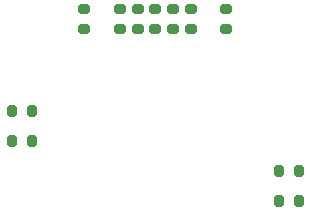
<source format=gbr>
%TF.GenerationSoftware,KiCad,Pcbnew,7.0.2-6a45011f42~172~ubuntu22.04.1*%
%TF.CreationDate,2023-05-30T13:32:28+12:00*%
%TF.ProjectId,THE_BRAWN-20A_POWER_FIXTURE,5448455f-4252-4415-974e-2d3230415f50,v1.0*%
%TF.SameCoordinates,Original*%
%TF.FileFunction,Paste,Bot*%
%TF.FilePolarity,Positive*%
%FSLAX46Y46*%
G04 Gerber Fmt 4.6, Leading zero omitted, Abs format (unit mm)*
G04 Created by KiCad (PCBNEW 7.0.2-6a45011f42~172~ubuntu22.04.1) date 2023-05-30 13:32:28*
%MOMM*%
%LPD*%
G01*
G04 APERTURE LIST*
G04 Aperture macros list*
%AMRoundRect*
0 Rectangle with rounded corners*
0 $1 Rounding radius*
0 $2 $3 $4 $5 $6 $7 $8 $9 X,Y pos of 4 corners*
0 Add a 4 corners polygon primitive as box body*
4,1,4,$2,$3,$4,$5,$6,$7,$8,$9,$2,$3,0*
0 Add four circle primitives for the rounded corners*
1,1,$1+$1,$2,$3*
1,1,$1+$1,$4,$5*
1,1,$1+$1,$6,$7*
1,1,$1+$1,$8,$9*
0 Add four rect primitives between the rounded corners*
20,1,$1+$1,$2,$3,$4,$5,0*
20,1,$1+$1,$4,$5,$6,$7,0*
20,1,$1+$1,$6,$7,$8,$9,0*
20,1,$1+$1,$8,$9,$2,$3,0*%
G04 Aperture macros list end*
%ADD10RoundRect,0.200000X0.275000X-0.200000X0.275000X0.200000X-0.275000X0.200000X-0.275000X-0.200000X0*%
%ADD11RoundRect,0.200000X-0.200000X-0.275000X0.200000X-0.275000X0.200000X0.275000X-0.200000X0.275000X0*%
G04 APERTURE END LIST*
D10*
%TO.C,R8*%
X220000000Y-127575000D03*
X220000000Y-129225000D03*
%TD*%
%TO.C,R3*%
X218500000Y-127575000D03*
X218500000Y-129225000D03*
%TD*%
D11*
%TO.C,R14*%
X230475000Y-141280000D03*
X232125000Y-141280000D03*
%TD*%
%TO.C,R1*%
X207875000Y-136200000D03*
X209525000Y-136200000D03*
%TD*%
D10*
%TO.C,R10*%
X226000000Y-129225000D03*
X226000000Y-127575000D03*
%TD*%
%TO.C,R11*%
X221500000Y-127575000D03*
X221500000Y-129225000D03*
%TD*%
%TO.C,R4*%
X214000000Y-129225000D03*
X214000000Y-127575000D03*
%TD*%
D11*
%TO.C,R15*%
X230475000Y-143820000D03*
X232125000Y-143820000D03*
%TD*%
D10*
%TO.C,R7*%
X217000000Y-127575000D03*
X217000000Y-129225000D03*
%TD*%
%TO.C,R9*%
X223000000Y-127575000D03*
X223000000Y-129225000D03*
%TD*%
D11*
%TO.C,R2*%
X207875000Y-138740000D03*
X209525000Y-138740000D03*
%TD*%
M02*

</source>
